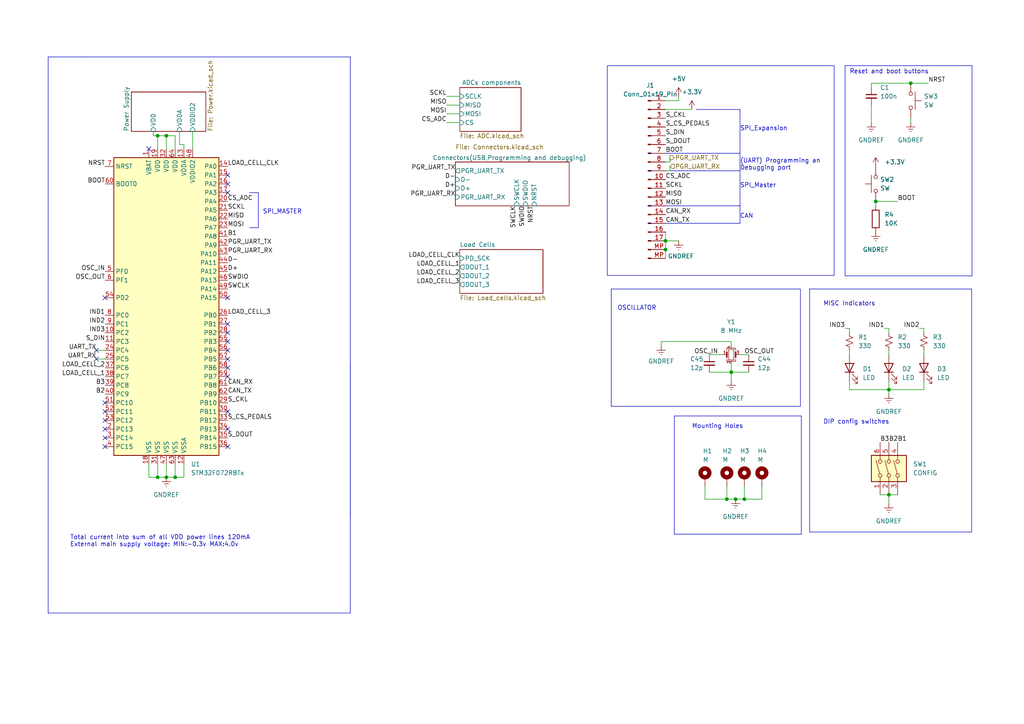
<source format=kicad_sch>
(kicad_sch (version 20250114) (generator "eeschema") (generator_version "9.0")
  (paper "A4")
  (title_block (title "CAE32 pedals") (date "2025-07-05") (rev "2") (comment 1 "Desing by: janc18") (comment 2 "Version 2.1"))
  (lib_symbols
    (symbol "Connector:Conn_01x19_Pin" (pin_names (offset 1.016) (hide yes))
      (property "Reference" "J1" (at 0.635 27.305 0))
      (property "Value" "Conn_01x19_Pin" (at 0.635 24.765 0))
      (symbol "Conn_01x19_Pin_1_1"
        (rectangle (start 0.8636 22.987) (end 0 22.733) (stroke (width 0.1524)) (fill (type outline)))
        (rectangle (start 0.8636 20.447) (end 0 20.193) (stroke (width 0.1524)) (fill (type outline)))
        (rectangle (start 0.8636 17.907) (end 0 17.653) (stroke (width 0.1524)) (fill (type outline)))
        (rectangle (start 0.8636 15.367) (end 0 15.113) (stroke (width 0.1524)) (fill (type outline)))
        (rectangle (start 0.8636 12.827) (end 0 12.573) (stroke (width 0.1524)) (fill (type outline)))
        (rectangle (start 0.8636 10.287) (end 0 10.033) (stroke (width 0.1524)) (fill (type outline)))
        (rectangle (start 0.8636 7.747) (end 0 7.493) (stroke (width 0.1524)) (fill (type outline)))
        (rectangle (start 0.8636 5.207) (end 0 4.953) (stroke (width 0.1524)) (fill (type outline)))
        (rectangle (start 0.8636 2.667) (end 0 2.413) (stroke (width 0.1524)) (fill (type outline)))
        (rectangle (start 0.8636 0.127) (end 0 -0.127) (stroke (width 0.1524)) (fill (type outline)))
        (rectangle (start 0.8636 -2.413) (end 0 -2.667) (stroke (width 0.1524)) (fill (type outline)))
        (rectangle (start 0.8636 -4.953) (end 0 -5.207) (stroke (width 0.1524)) (fill (type outline)))
        (rectangle (start 0.8636 -7.493) (end 0 -7.747) (stroke (width 0.1524)) (fill (type outline)))
        (rectangle (start 0.8636 -10.033) (end 0 -10.287) (stroke (width 0.1524)) (fill (type outline)))
        (rectangle (start 0.8636 -12.573) (end 0 -12.827) (stroke (width 0.1524)) (fill (type outline)))
        (rectangle (start 0.8636 -15.113) (end 0 -15.367) (stroke (width 0.1524)) (fill (type outline)))
        (rectangle (start 0.8636 -17.653) (end 0 -17.907) (stroke (width 0.1524)) (fill (type outline)))
        (rectangle (start 0.8636 -20.193) (end 0 -20.447) (stroke (width 0.1524)) (fill (type outline)))
        (rectangle (start 0.8636 -22.733) (end 0 -22.987) (stroke (width 0.1524)) (fill (type outline)))
        (polyline (pts (xy 1.27 22.86) (xy 0.8636 22.86)) (stroke (width 0.1524)))
        (polyline (pts (xy 1.27 20.32) (xy 0.8636 20.32)) (stroke (width 0.1524)))
        (polyline (pts (xy 1.27 17.78) (xy 0.8636 17.78)) (stroke (width 0.1524)))
        (polyline (pts (xy 1.27 15.24) (xy 0.8636 15.24)) (stroke (width 0.1524)))
        (polyline (pts (xy 1.27 12.7) (xy 0.8636 12.7)) (stroke (width 0.1524)))
        (polyline (pts (xy 1.27 10.16) (xy 0.8636 10.16)) (stroke (width 0.1524)))
        (polyline (pts (xy 1.27 7.62) (xy 0.8636 7.62)) (stroke (width 0.1524)))
        (polyline (pts (xy 1.27 5.08) (xy 0.8636 5.08)) (stroke (width 0.1524)))
        (polyline (pts (xy 1.27 2.54) (xy 0.8636 2.54)) (stroke (width 0.1524)))
        (polyline (pts (xy 1.27 0) (xy 0.8636 0)) (stroke (width 0.1524)))
        (polyline (pts (xy 1.27 -2.54) (xy 0.8636 -2.54)) (stroke (width 0.1524)))
        (polyline (pts (xy 1.27 -5.08) (xy 0.8636 -5.08)) (stroke (width 0.1524)))
        (polyline (pts (xy 1.27 -7.62) (xy 0.8636 -7.62)) (stroke (width 0.1524)))
        (polyline (pts (xy 1.27 -10.16) (xy 0.8636 -10.16)) (stroke (width 0.1524)))
        (polyline (pts (xy 1.27 -12.7) (xy 0.8636 -12.7)) (stroke (width 0.1524)))
        (polyline (pts (xy 1.27 -15.24) (xy 0.8636 -15.24)) (stroke (width 0.1524)))
        (polyline (pts (xy 1.27 -17.78) (xy 0.8636 -17.78)) (stroke (width 0.1524)))
        (polyline (pts (xy 1.27 -20.32) (xy 0.8636 -20.32)) (stroke (width 0.1524)))
        (polyline (pts (xy 1.27 -22.86) (xy 0.8636 -22.86)) (stroke (width 0.1524)))
        (pin passive line (at 5.08 22.86 180) (length 3.81) (name "Pin_1") (number "1"))
        (pin passive line (at 5.08 20.32 180) (length 3.81) (name "Pin_2") (number "2"))
        (pin passive line (at 5.08 17.78 180) (length 3.81) (name "Pin_3") (number "3"))
        (pin passive line (at 5.08 15.24 180) (length 3.81) (name "Pin_4") (number "4"))
        (pin passive line (at 5.08 12.7 180) (length 3.81) (name "Pin_5") (number "5"))
        (pin passive line (at 5.08 10.16 180) (length 3.81) (name "Pin_6") (number "6"))
        (pin passive line (at 5.08 7.62 180) (length 3.81) (name "Pin_7") (number "7"))
        (pin passive line (at 5.08 5.08 180) (length 3.81) (name "Pin_8") (number "8"))
        (pin passive line (at 5.08 2.54 180) (length 3.81) (name "Pin_9") (number "9"))
        (pin passive line (at 5.08 0 180) (length 3.81) (name "Pin_10") (number "10"))
        (pin passive line (at 5.08 -2.54 180) (length 3.81) (name "Pin_11") (number "11"))
        (pin passive line (at 5.08 -5.08 180) (length 3.81) (name "Pin_12") (number "12"))
        (pin passive line (at 5.08 -7.62 180) (length 3.81) (name "Pin_13") (number "13"))
        (pin passive line (at 5.08 -10.16 180) (length 3.81) (name "Pin_14") (number "14"))
        (pin passive line (at 5.08 -12.7 180) (length 3.81) (name "Pin_15") (number "15"))
        (pin passive line (at 5.08 -15.24 180) (length 3.81) (name "Pin_16") (number "16"))
        (pin passive line (at 5.08 -17.78 180) (length 3.81) (name "Pin_17") (number "17"))
        (pin passive line (at 5.08 -20.32 180) (length 3.81) (name "MP") (number "MP"))
        (pin passive line (at 5.08 -22.86 180) (length 3.81) (name "MP") (number "MP"))
      )
    )
    (symbol "Device:C_Small" (pin_numbers (hide yes)) (pin_names (offset 0.254) (hide yes))
      (property "Reference" "C" (at 0.254 1.778 0))
      (property "Value" "C_Small" (at 0.254 -2.032 0))
      (symbol "C_Small_0_1"
        (polyline (pts (xy -1.524 0.508) (xy 1.524 0.508)) (stroke (width 0.3048)))
        (polyline (pts (xy -1.524 -0.508) (xy 1.524 -0.508)) (stroke (width 0.3302)))
      )
      (symbol "C_Small_1_1"
        (pin passive line (at 0 2.54 270) (length 2.032) (name "~") (number "1"))
        (pin passive line (at 0 -2.54 90) (length 2.032) (name "~") (number "2"))
      )
    )
    (symbol "Device:Crystal_GND24_Small" (pin_names (offset 1.016) (hide yes))
      (property "Reference" "Y" (at 1.27 4.445 0))
      (property "Value" "Crystal_GND24_Small" (at 1.27 2.54 0))
      (symbol "Crystal_GND24_Small_0_1"
        (polyline (pts (xy -1.27 1.27) (xy -1.27 1.905) (xy 1.27 1.905) (xy 1.27 1.27)))
        (polyline (pts (xy -1.27 -0.762) (xy -1.27 0.762)) (stroke (width 0.381)))
        (polyline (pts (xy -1.27 -1.27) (xy -1.27 -1.905) (xy 1.27 -1.905) (xy 1.27 -1.27)))
        (rectangle (start -0.762 -1.524) (end 0.762 1.524))
        (polyline (pts (xy 1.27 -0.762) (xy 1.27 0.762)) (stroke (width 0.381)))
      )
      (symbol "Crystal_GND24_Small_1_1"
        (pin passive line (at -2.54 0 0) (length 1.27) (name "1") (number "1"))
        (pin passive line (at 0 2.54 270) (length 0.635) (name "4") (number "4"))
        (pin passive line (at 0 -2.54 90) (length 0.635) (name "2") (number "2"))
        (pin passive line (at 2.54 0 180) (length 1.27) (name "3") (number "3"))
      )
    )
    (symbol "Device:LED" (pin_numbers (hide yes)) (pin_names (offset 1.016) (hide yes))
      (property "Reference" "D" (at 0 2.54 0))
      (property "Value" "LED" (at 0 -2.54 0))
      (symbol "LED_0_1"
        (polyline (pts (xy -3.048 -0.762) (xy -4.572 -2.286) (xy -3.81 -2.286) (xy -4.572 -2.286) (xy -4.572 -1.524)))
        (polyline (pts (xy -1.778 -0.762) (xy -3.302 -2.286) (xy -2.54 -2.286) (xy -3.302 -2.286) (xy -3.302 -1.524)))
        (polyline (pts (xy -1.27 0) (xy 1.27 0)))
        (polyline (pts (xy -1.27 -1.27) (xy -1.27 1.27)) (stroke (width 0.254)))
        (polyline (pts (xy 1.27 -1.27) (xy 1.27 1.27) (xy -1.27 0) (xy 1.27 -1.27)) (stroke (width 0.254)))
      )
      (symbol "LED_1_1"
        (pin passive line (at -3.81 0 0) (length 2.54) (name "K") (number "1"))
        (pin passive line (at 3.81 0 180) (length 2.54) (name "A") (number "2"))
      )
    )
    (symbol "Device:R" (pin_numbers (hide yes)) (pin_names (offset 0))
      (property "Reference" "R" (at 2.032 0 90))
      (property "Value" "R" (at 0 0 90))
      (symbol "R_0_1"
        (rectangle (start -1.016 -2.54) (end 1.016 2.54) (stroke (width 0.254)))
      )
      (symbol "R_1_1"
        (pin passive line (at 0 3.81 270) (length 1.27) (name "~") (number "1"))
        (pin passive line (at 0 -3.81 90) (length 1.27) (name "~") (number "2"))
      )
    )
    (symbol "Device:R_Small_US" (pin_numbers (hide yes)) (pin_names (offset 0.254) (hide yes))
      (property "Reference" "R" (at 0.762 0.508 0))
      (property "Value" "R_Small_US" (at 0.762 -1.016 0))
      (symbol "R_Small_US_1_1"
        (polyline (pts (xy 0 1.524) (xy 1.016 1.143) (xy 0 0.762) (xy -1.016 0.381) (xy 0 0)))
        (polyline (pts (xy 0 0) (xy 1.016 -0.381) (xy 0 -0.762) (xy -1.016 -1.143) (xy 0 -1.524)))
        (pin passive line (at 0 2.54 270) (length 1.016) (name "~") (number "1"))
        (pin passive line (at 0 -2.54 90) (length 1.016) (name "~") (number "2"))
      )
    )
    (symbol "GNDREF_1" (power) (pin_names (offset 0))
      (property "Value" "GNDREF_1" (at 0 -3.81 0))
      (symbol "GNDREF_1_0_1"
        (polyline (pts (xy -0.635 -1.905) (xy 0.635 -1.905)))
        (polyline (pts (xy -0.127 -2.54) (xy 0.127 -2.54)))
        (polyline (pts (xy 0 -1.27) (xy 0 0)))
        (polyline (pts (xy 1.27 -1.27) (xy -1.27 -1.27)))
      )
      (symbol "GNDREF_1_1_1"
        (pin power_in line (at 0 0 270) (length 0) (hide yes) (name "GNDREF") (number "1"))
      )
    )
    (symbol "GNDREF_2" (power) (pin_names (offset 0))
      (property "Value" "GNDREF_2" (at 0 -3.81 0))
      (symbol "GNDREF_2_0_1"
        (polyline (pts (xy -0.635 -1.905) (xy 0.635 -1.905)))
        (polyline (pts (xy -0.127 -2.54) (xy 0.127 -2.54)))
        (polyline (pts (xy 0 -1.27) (xy 0 0)))
        (polyline (pts (xy 1.27 -1.27) (xy -1.27 -1.27)))
      )
      (symbol "GNDREF_2_1_1"
        (pin power_in line (at 0 0 270) (length 0) (hide yes) (name "GNDREF") (number "1"))
      )
    )
    (symbol "GNDREF_3" (power) (pin_names (offset 0))
      (property "Value" "GNDREF_3" (at 0 -3.81 0))
      (symbol "GNDREF_3_0_1"
        (polyline (pts (xy -0.635 -1.905) (xy 0.635 -1.905)))
        (polyline (pts (xy -0.127 -2.54) (xy 0.127 -2.54)))
        (polyline (pts (xy 0 -1.27) (xy 0 0)))
        (polyline (pts (xy 1.27 -1.27) (xy -1.27 -1.27)))
      )
      (symbol "GNDREF_3_1_1"
        (pin power_in line (at 0 0 270) (length 0) (hide yes) (name "GNDREF") (number "1"))
      )
    )
    (symbol "GNDREF_4" (power) (pin_names (offset 0))
      (property "Value" "GNDREF_4" (at 0 -3.81 0))
      (symbol "GNDREF_4_0_1"
        (polyline (pts (xy -0.635 -1.905) (xy 0.635 -1.905)))
        (polyline (pts (xy -0.127 -2.54) (xy 0.127 -2.54)))
        (polyline (pts (xy 0 -1.27) (xy 0 0)))
        (polyline (pts (xy 1.27 -1.27) (xy -1.27 -1.27)))
      )
      (symbol "GNDREF_4_1_1"
        (pin power_in line (at 0 0 270) (length 0) (hide yes) (name "GNDREF") (number "1"))
      )
    )
    (symbol "MCU_ST_STM32F0:STM32F072RBTx"
      (property "Reference" "U" (at -15.24 44.45 0))
      (property "Value" "STM32F072RBTx" (at 10.16 44.45 0))
      (symbol "STM32F072RBTx_0_1"
        (rectangle (start -15.24 -43.18) (end 15.24 43.18) (stroke (width 0.254)) (fill (type background)))
      )
      (symbol "STM32F072RBTx_1_1"
        (pin input line (at -17.78 40.64 0) (length 2.54) (name "NRST") (number "7"))
        (pin input line (at -17.78 35.56 0) (length 2.54) (name "BOOT0") (number "60"))
        (pin input line (at -17.78 10.16 0) (length 2.54) (name "PF0") (number "5"))
        (pin input line (at -17.78 7.62 0) (length 2.54) (name "PF1") (number "6"))
        (pin bidirectional line (at -17.78 2.54 0) (length 2.54) (name "PD2") (number "54"))
        (pin bidirectional line (at -17.78 -2.54 0) (length 2.54) (name "PC0") (number "8"))
        (pin bidirectional line (at -17.78 -5.08 0) (length 2.54) (name "PC1") (number "9"))
        (pin bidirectional line (at -17.78 -7.62 0) (length 2.54) (name "PC2") (number "10"))
        (pin bidirectional line (at -17.78 -10.16 0) (length 2.54) (name "PC3") (number "11"))
        (pin bidirectional line (at -17.78 -12.7 0) (length 2.54) (name "PC4") (number "24"))
        (pin bidirectional line (at -17.78 -15.24 0) (length 2.54) (name "PC5") (number "25"))
        (pin bidirectional line (at -17.78 -17.78 0) (length 2.54) (name "PC6") (number "37"))
        (pin bidirectional line (at -17.78 -20.32 0) (length 2.54) (name "PC7") (number "38"))
        (pin bidirectional line (at -17.78 -22.86 0) (length 2.54) (name "PC8") (number "39"))
        (pin bidirectional line (at -17.78 -25.4 0) (length 2.54) (name "PC9") (number "40"))
        (pin bidirectional line (at -17.78 -27.94 0) (length 2.54) (name "PC10") (number "51"))
        (pin bidirectional line (at -17.78 -30.48 0) (length 2.54) (name "PC11") (number "52"))
        (pin bidirectional line (at -17.78 -33.02 0) (length 2.54) (name "PC12") (number "53"))
        (pin bidirectional line (at -17.78 -35.56 0) (length 2.54) (name "PC13") (number "2"))
        (pin bidirectional line (at -17.78 -38.1 0) (length 2.54) (name "PC14") (number "3"))
        (pin bidirectional line (at -17.78 -40.64 0) (length 2.54) (name "PC15") (number "4"))
        (pin power_in line (at -5.08 45.72 270) (length 2.54) (name "VBAT") (number "1"))
        (pin power_in line (at -5.08 -45.72 90) (length 2.54) (name "VSS") (number "18"))
        (pin power_in line (at -2.54 45.72 270) (length 2.54) (name "VDD") (number "19"))
        (pin power_in line (at -2.54 -45.72 90) (length 2.54) (name "VSS") (number "31"))
        (pin power_in line (at 0 45.72 270) (length 2.54) (name "VDD") (number "32"))
        (pin power_in line (at 0 -45.72 90) (length 2.54) (name "VSS") (number "47"))
        (pin power_in line (at 2.54 45.72 270) (length 2.54) (name "VDD") (number "64"))
        (pin power_in line (at 2.54 -45.72 90) (length 2.54) (name "VSS") (number "63"))
        (pin power_in line (at 5.08 45.72 270) (length 2.54) (name "VDDA") (number "13"))
        (pin power_in line (at 5.08 -45.72 90) (length 2.54) (name "VSSA") (number "12"))
        (pin power_in line (at 7.62 45.72 270) (length 2.54) (name "VDDIO2") (number "48"))
        (pin bidirectional line (at 17.78 40.64 180) (length 2.54) (name "PA0") (number "14"))
        (pin bidirectional line (at 17.78 38.1 180) (length 2.54) (name "PA1") (number "15"))
        (pin bidirectional line (at 17.78 35.56 180) (length 2.54) (name "PA2") (number "16"))
        (pin bidirectional line (at 17.78 33.02 180) (length 2.54) (name "PA3") (number "17"))
        (pin bidirectional line (at 17.78 30.48 180) (length 2.54) (name "PA4") (number "20"))
        (pin bidirectional line (at 17.78 27.94 180) (length 2.54) (name "PA5") (number "21"))
        (pin bidirectional line (at 17.78 25.4 180) (length 2.54) (name "PA6") (number "22"))
        (pin bidirectional line (at 17.78 22.86 180) (length 2.54) (name "PA7") (number "23"))
        (pin bidirectional line (at 17.78 20.32 180) (length 2.54) (name "PA8") (number "41"))
        (pin bidirectional line (at 17.78 17.78 180) (length 2.54) (name "PA9") (number "42"))
        (pin bidirectional line (at 17.78 15.24 180) (length 2.54) (name "PA10") (number "43"))
        (pin bidirectional line (at 17.78 12.7 180) (length 2.54) (name "PA11") (number "44"))
        (pin bidirectional line (at 17.78 10.16 180) (length 2.54) (name "PA12") (number "45"))
        (pin bidirectional line (at 17.78 7.62 180) (length 2.54) (name "PA13") (number "46"))
        (pin bidirectional line (at 17.78 5.08 180) (length 2.54) (name "PA14") (number "49"))
        (pin bidirectional line (at 17.78 2.54 180) (length 2.54) (name "PA15") (number "50"))
        (pin bidirectional line (at 17.78 -2.54 180) (length 2.54) (name "PB0") (number "26"))
        (pin bidirectional line (at 17.78 -5.08 180) (length 2.54) (name "PB1") (number "27"))
        (pin bidirectional line (at 17.78 -7.62 180) (length 2.54) (name "PB2") (number "28"))
        (pin bidirectional line (at 17.78 -10.16 180) (length 2.54) (name "PB3") (number "55"))
        (pin bidirectional line (at 17.78 -12.7 180) (length 2.54) (name "PB4") (number "56"))
        (pin bidirectional line (at 17.78 -15.24 180) (length 2.54) (name "PB5") (number "57"))
        (pin bidirectional line (at 17.78 -17.78 180) (length 2.54) (name "PB6") (number "58"))
        (pin bidirectional line (at 17.78 -20.32 180) (length 2.54) (name "PB7") (number "59"))
        (pin bidirectional line (at 17.78 -22.86 180) (length 2.54) (name "PB8") (number "61"))
        (pin bidirectional line (at 17.78 -25.4 180) (length 2.54) (name "PB9") (number "62"))
        (pin bidirectional line (at 17.78 -27.94 180) (length 2.54) (name "PB10") (number "29"))
        (pin bidirectional line (at 17.78 -30.48 180) (length 2.54) (name "PB11") (number "30"))
        (pin bidirectional line (at 17.78 -33.02 180) (length 2.54) (name "PB12") (number "33"))
        (pin bidirectional line (at 17.78 -35.56 180) (length 2.54) (name "PB13") (number "34"))
        (pin bidirectional line (at 17.78 -38.1 180) (length 2.54) (name "PB14") (number "35"))
        (pin bidirectional line (at 17.78 -40.64 180) (length 2.54) (name "PB15") (number "36"))
      )
    )
    (symbol "Mechanical:MountingHole_Pad" (pin_numbers (hide yes)) (pin_names (offset 1.016) (hide yes))
      (property "Reference" "H" (at 0 6.35 0))
      (property "Value" "MountingHole_Pad" (at 0 4.445 0))
      (symbol "MountingHole_Pad_0_1"
        (circle (center 0 1.27) (radius 1.27) (stroke (width 1.27)))
      )
      (symbol "MountingHole_Pad_1_1"
        (pin input line (at 0 -2.54 90) (length 2.54) (name "1") (number "1"))
      )
    )
    (symbol "Switch:SW_DIP_x03" (pin_names (offset 0) (hide yes))
      (property "Reference" "SW" (at 0 8.89 0))
      (property "Value" "SW_DIP_x03" (at 0 -3.81 0))
      (symbol "SW_DIP_x03_0_0"
        (circle (center -2.032 5.08) (radius 0.508))
        (circle (center -2.032 2.54) (radius 0.508))
        (circle (center -2.032 0) (radius 0.508))
        (polyline (pts (xy -1.524 5.207) (xy 2.3622 6.2484)))
        (polyline (pts (xy -1.524 2.667) (xy 2.3622 3.7084)))
        (polyline (pts (xy -1.524 0.127) (xy 2.3622 1.1684)))
        (circle (center 2.032 5.08) (radius 0.508))
        (circle (center 2.032 2.54) (radius 0.508))
        (circle (center 2.032 0) (radius 0.508))
      )
      (symbol "SW_DIP_x03_0_1"
        (rectangle (start -3.81 7.62) (end 3.81 -2.54) (stroke (width 0.254)) (fill (type background)))
      )
      (symbol "SW_DIP_x03_1_1"
        (pin passive line (at -7.62 5.08 0) (length 5.08) (name "~") (number "1"))
        (pin passive line (at -7.62 2.54 0) (length 5.08) (name "~") (number "2"))
        (pin passive line (at -7.62 0 0) (length 5.08) (name "~") (number "3"))
        (pin passive line (at 7.62 5.08 180) (length 5.08) (name "~") (number "6"))
        (pin passive line (at 7.62 2.54 180) (length 5.08) (name "~") (number "5"))
        (pin passive line (at 7.62 0 180) (length 5.08) (name "~") (number "4"))
      )
    )
    (symbol "Switch:SW_Push" (pin_numbers (hide yes)) (pin_names (offset 1.016) (hide yes))
      (property "Reference" "SW" (at 1.27 2.54 0))
      (property "Value" "SW_Push" (at 0 -1.524 0))
      (symbol "SW_Push_0_1"
        (circle (center -2.032 0) (radius 0.508))
        (polyline (pts (xy 0 1.27) (xy 0 3.048)))
        (circle (center 2.032 0) (radius 0.508))
        (polyline (pts (xy 2.54 1.27) (xy -2.54 1.27)))
        (pin passive line (at -5.08 0 0) (length 2.54) (name "1") (number "1"))
        (pin passive line (at 5.08 0 180) (length 2.54) (name "2") (number "2"))
      )
    )
    (symbol "power:+3.3V" (power) (pin_names (offset 0))
      (property "Value" "+3.3V" (at 0 3.556 0))
      (symbol "+3.3V_0_1"
        (polyline (pts (xy -0.762 1.27) (xy 0 2.54)))
        (polyline (pts (xy 0 2.54) (xy 0.762 1.27)))
        (polyline (pts (xy 0 0) (xy 0 2.54)))
      )
      (symbol "+3.3V_1_1"
        (pin power_in line (at 0 0 90) (length 0) (hide yes) (name "+3.3V") (number "1"))
      )
    )
    (symbol "power:+5V" (power) (pin_names (offset 0))
      (property "Value" "+5V" (at 0 3.556 0))
      (symbol "+5V_0_1"
        (polyline (pts (xy -0.762 1.27) (xy 0 2.54)))
        (polyline (pts (xy 0 2.54) (xy 0.762 1.27)))
        (polyline (pts (xy 0 0) (xy 0 2.54)))
      )
      (symbol "+5V_1_1"
        (pin power_in line (at 0 0 90) (length 0) (hide yes) (name "+5V") (number "1"))
      )
    )
    (symbol "power:GNDREF" (power) (pin_names (offset 0))
      (property "Value" "GNDREF" (at 0 -3.81 0))
      (symbol "GNDREF_0_1"
        (polyline (pts (xy -0.635 -1.905) (xy 0.635 -1.905)))
        (polyline (pts (xy -0.127 -2.54) (xy 0.127 -2.54)))
        (polyline (pts (xy 0 -1.27) (xy 0 0)))
        (polyline (pts (xy 1.27 -1.27) (xy -1.27 -1.27)))
      )
      (symbol "GNDREF_1_1"
        (pin power_in line (at 0 0 270) (length 0) (hide yes) (name "GNDREF") (number "1"))
      )
    )
  )
  (rectangle (start 234.823 83.82) (end 281.813 154.305))
  (rectangle (start 177.292 83.82) (end 232.156 117.856))
  (rectangle (start 176.149 19.05) (end 241.935 79.883))
  (text "(UART) Programming an\nDebugging port" (at 214.63 49.53 0) (effects (font (size 1.27 1.27)) (justify left bottom)))
  (text "OSCILLATOR" (at 179.07 90.17 0) (effects (font (size 1.27 1.27)) (justify left bottom)))
  (text "CAN" (at 214.63 63.5 0) (effects (font (size 1.27 1.27)) (justify left bottom)))
  (text "SPI_MASTER" (at 76.2 62.23 0) (effects (font (size 1.27 1.27)) (justify left bottom)))
  (text "DIP config switches" (at 238.76 123.19 0) (effects (font (size 1.27 1.27)) (justify left bottom)))
  (text "SPI_Expansion" (at 214.63 38.1 0) (effects (font (size 1.27 1.27)) (justify left bottom)))
  (text "Mounting Holes" (at 200.66 124.46 0) (effects (font (size 1.27 1.27)) (justify left bottom)))
  (text "Total current into sum of all VDD power lines 120mA\nExternal main supply voltage: MIN:-0.3v MAX:4.0v " (at 20.32 158.75 0) (effects (font (size 1.27 1.27)) (justify left bottom)))
  (text "MISC Indicators" (at 238.76 88.9 0) (effects (font (size 1.27 1.27)) (justify left bottom)))
  (text "SPI_Master" (at 214.63 54.61 0) (effects (font (size 1.27 1.27)) (justify left bottom)))
  (text "Reset and boot buttons" (at 246.38 21.59 0) (effects (font (size 1.27 1.27)) (justify left bottom)))
  (junction (at 264.16 24.13))
  (junction (at 193.04 69.85))
  (junction (at 45.72 138.43))
  (junction (at 48.26 39.37))
  (junction (at 48.26 138.43))
  (junction (at 213.36 144.78))
  (junction (at 210.82 144.78))
  (junction (at 50.8 138.43))
  (junction (at 45.72 39.37))
  (junction (at 257.81 143.51))
  (junction (at 212.09 107.95))
  (junction (at 257.81 113.03))
  (junction (at 193.04 72.39))
  (junction (at 254 58.42))
  (junction (at 215.9 144.78))
  (no_connect (at 30.48 116.84))
  (no_connect (at 66.04 104.14))
  (no_connect (at 30.48 124.46))
  (no_connect (at 66.04 53.34))
  (no_connect (at 30.48 86.36))
  (no_connect (at 30.48 127))
  (no_connect (at 43.18 43.18))
  (no_connect (at 66.04 96.52))
  (no_connect (at 66.04 129.54))
  (no_connect (at 66.04 124.46))
  (no_connect (at 66.04 109.22))
  (no_connect (at 66.04 55.88))
  (no_connect (at 66.04 101.6))
  (no_connect (at 30.48 129.54))
  (no_connect (at 66.04 99.06))
  (no_connect (at 66.04 86.36))
  (no_connect (at 66.04 93.98))
  (no_connect (at 27.94 104.14))
  (no_connect (at 27.94 101.6))
  (no_connect (at 30.48 121.92))
  (no_connect (at 66.04 119.38))
  (no_connect (at 30.48 119.38))
  (no_connect (at 66.04 50.8))
  (no_connect (at 66.04 106.68))
  (wire (pts (xy 204.47 144.78) (xy 210.82 144.78)))
  (wire (pts (xy 257.81 143.51) (xy 260.35 143.51)))
  (wire (pts (xy 129.54 33.02) (xy 133.35 33.02)))
  (wire (pts (xy 257.81 101.6) (xy 257.81 102.87)))
  (wire (pts (xy 212.09 107.95) (xy 217.17 107.95)))
  (wire (pts (xy 267.97 96.52) (xy 267.97 95.25)))
  (wire (pts (xy 267.97 101.6) (xy 267.97 102.87)))
  (wire (pts (xy 53.34 41.91) (xy 53.34 43.18)))
  (wire (pts (xy 215.9 144.78) (xy 213.36 144.78)))
  (polyline (pts (xy 281.94 80.01) (xy 245.11 80.01)))
  (wire (pts (xy 255.27 143.51) (xy 257.81 143.51)))
  (wire (pts (xy 220.98 144.78) (xy 215.9 144.78)))
  (wire (pts (xy 246.38 96.52) (xy 246.38 95.25)))
  (wire (pts (xy 212.09 99.06) (xy 191.77 99.06)))
  (wire (pts (xy 246.38 101.6) (xy 246.38 102.87)))
  (wire (pts (xy 254 58.42) (xy 260.35 58.42)))
  (wire (pts (xy 50.8 43.18) (xy 50.8 39.37)))
  (wire (pts (xy 212.09 99.06) (xy 212.09 100.33)))
  (wire (pts (xy 246.38 110.49) (xy 246.38 113.03)))
  (wire (pts (xy 194.31 49.53) (xy 193.04 49.53)))
  (polyline (pts (xy 74.93 55.88) (xy 74.93 66.04)))
  (wire (pts (xy 212.09 107.95) (xy 212.09 110.49)))
  (wire (pts (xy 194.31 45.72) (xy 194.31 46.99)))
  (wire (pts (xy 257.81 95.25) (xy 256.54 95.25)))
  (wire (pts (xy 27.94 104.14) (xy 30.48 104.14)))
  (polyline (pts (xy 72.39 66.04) (xy 74.93 66.04)))
  (wire (pts (xy 210.82 144.78) (xy 213.36 144.78)))
  (polyline (pts (xy 214.63 59.69) (xy 214.63 49.53)))
  (wire (pts (xy 44.45 39.37) (xy 44.45 38.1)))
  (wire (pts (xy 193.04 69.85) (xy 193.04 72.39)))
  (wire (pts (xy 220.98 140.97) (xy 220.98 144.78)))
  (wire (pts (xy 53.34 138.43) (xy 50.8 138.43)))
  (wire (pts (xy 129.54 30.48) (xy 133.35 30.48)))
  (wire (pts (xy 257.81 143.51) (xy 257.81 146.05)))
  (polyline (pts (xy 101.6 105.41) (xy 101.6 149.86)))
  (polyline (pts (xy 201.93 31.75) (xy 214.63 31.75)))
  (wire (pts (xy 45.72 138.43) (xy 48.26 138.43)))
  (polyline (pts (xy 24.13 16.51) (xy 101.6 16.51)))
  (wire (pts (xy 48.26 39.37) (xy 45.72 39.37)))
  (polyline (pts (xy 187.96 64.77) (xy 214.63 64.77)))
  (wire (pts (xy 55.88 38.1) (xy 55.88 43.18)))
  (wire (pts (xy 246.38 95.25) (xy 245.11 95.25)))
  (wire (pts (xy 264.16 24.13) (xy 269.24 24.13)))
  (wire (pts (xy 43.18 138.43) (xy 45.72 138.43)))
  (wire (pts (xy 50.8 134.62) (xy 50.8 138.43)))
  (polyline (pts (xy 214.63 49.53) (xy 214.63 44.45)))
  (polyline (pts (xy 232.41 154.94) (xy 232.41 120.65)))
  (polyline (pts (xy 214.63 44.45) (xy 214.63 31.75)))
  (polyline (pts (xy 101.6 177.8) (xy 13.97 177.8)))
  (wire (pts (xy 48.26 43.18) (xy 48.26 39.37)))
  (wire (pts (xy 194.31 48.26) (xy 194.31 49.53)))
  (polyline (pts (xy 195.58 154.94) (xy 232.41 154.94)))
  (polyline (pts (xy 187.96 49.53) (xy 214.63 49.53)))
  (wire (pts (xy 196.85 29.21) (xy 193.04 29.21)))
  (wire (pts (xy 252.73 30.48) (xy 252.73 35.56)))
  (wire (pts (xy 52.07 41.91) (xy 53.34 41.91)))
  (wire (pts (xy 267.97 113.03) (xy 257.81 113.03)))
  (wire (pts (xy 205.74 102.87) (xy 209.55 102.87)))
  (wire (pts (xy 27.94 101.6) (xy 30.48 101.6)))
  (wire (pts (xy 246.38 113.03) (xy 257.81 113.03)))
  (wire (pts (xy 48.26 134.62) (xy 48.26 138.43)))
  (wire (pts (xy 191.77 99.06) (xy 191.77 100.33)))
  (polyline (pts (xy 187.96 59.69) (xy 214.63 59.69)))
  (wire (pts (xy 215.9 140.97) (xy 215.9 144.78)))
  (polyline (pts (xy 245.11 19.05) (xy 245.11 80.01)))
  (polyline (pts (xy 281.94 19.05) (xy 281.94 80.01)))
  (wire (pts (xy 53.34 134.62) (xy 53.34 138.43)))
  (wire (pts (xy 257.81 110.49) (xy 257.81 113.03)))
  (wire (pts (xy 205.74 107.95) (xy 212.09 107.95)))
  (wire (pts (xy 45.72 134.62) (xy 45.72 138.43)))
  (wire (pts (xy 193.04 67.31) (xy 193.04 69.85)))
  (polyline (pts (xy 214.63 64.77) (xy 214.63 59.69)))
  (wire (pts (xy 267.97 110.49) (xy 267.97 113.03)))
  (wire (pts (xy 196.85 27.94) (xy 196.85 29.21)))
  (wire (pts (xy 193.04 31.75) (xy 200.66 31.75)))
  (polyline (pts (xy 195.58 120.65) (xy 232.41 120.65)))
  (wire (pts (xy 129.54 35.56) (xy 133.35 35.56)))
  (polyline (pts (xy 195.58 120.65) (xy 195.58 154.94)))
  (wire (pts (xy 257.81 113.03) (xy 257.81 114.3)))
  (wire (pts (xy 254 58.42) (xy 254 59.69)))
  (wire (pts (xy 267.97 95.25) (xy 266.7 95.25)))
  (wire (pts (xy 252.73 24.13) (xy 264.16 24.13)))
  (wire (pts (xy 204.47 140.97) (xy 204.47 144.78)))
  (polyline (pts (xy 187.96 44.45) (xy 214.63 44.45)))
  (wire (pts (xy 52.07 38.1) (xy 52.07 41.91)))
  (wire (pts (xy 50.8 39.37) (xy 48.26 39.37)))
  (wire (pts (xy 214.63 102.87) (xy 217.17 102.87)))
  (wire (pts (xy 210.82 140.97) (xy 210.82 144.78)))
  (wire (pts (xy 264.16 34.29) (xy 264.16 35.56)))
  (wire (pts (xy 129.54 27.94) (xy 133.35 27.94)))
  (wire (pts (xy 252.73 24.13) (xy 252.73 25.4)))
  (wire (pts (xy 194.31 46.99) (xy 193.04 46.99)))
  (wire (pts (xy 257.81 96.52) (xy 257.81 95.25)))
  (polyline (pts (xy 101.6 16.51) (xy 101.6 177.8)))
  (wire (pts (xy 45.72 43.18) (xy 45.72 39.37)))
  (polyline (pts (xy 245.11 19.05) (xy 281.94 19.05)))
  (wire (pts (xy 193.04 72.39) (xy 193.04 74.93)))
  (polyline (pts (xy 13.97 16.51) (xy 24.13 16.51)))
  (wire (pts (xy 212.09 105.41) (xy 212.09 107.95)))
  (wire (pts (xy 45.72 39.37) (xy 44.45 39.37)))
  (wire (pts (xy 50.8 138.43) (xy 48.26 138.43)))
  (polyline (pts (xy 72.39 55.88) (xy 74.93 55.88)))
  (polyline (pts (xy 13.97 177.8) (xy 13.97 16.51)))
  (wire (pts (xy 193.04 69.85) (xy 196.85 69.85)))
  (wire (pts (xy 43.18 134.62) (xy 43.18 138.43)))
  (label "S_CKL" (at 66.04 116.84 0))
  (label "LOAD_CELL_2" (at 133.35 80.01 180))
  (label "CS_ADC" (at 193.04 52.07 0))
  (label "S_DIN" (at 30.48 99.06 180))
  (label "BOOT" (at 260.35 58.42 0))
  (label "LOAD_CELL_CLK" (at 66.04 48.26 0))
  (label "B1" (at 260.35 128.27 0))
  (label "IND3" (at 245.11 95.25 180))
  (label "MISO" (at 66.04 63.5 0))
  (label "CS_ADC" (at 129.54 35.56 180))
  (label "LOAD_CELL_1" (at 133.35 77.47 180))
  (label "OSC_IN" (at 30.48 78.74 180))
  (label "NRST" (at 30.48 48.26 180))
  (label "PGR_UART_RX" (at 66.04 73.66 0))
  (label "SCKL" (at 193.04 54.61 0))
  (label "PGR_UART_TX" (at 132.08 49.53 180))
  (label "S_DOUT" (at 193.04 41.91 0))
  (label "B2" (at 30.48 114.3 180))
  (label "SCKL" (at 66.04 60.96 0))
  (label "CAN_RX" (at 193.04 62.23 0))
  (label "IND2" (at 30.48 93.98 180))
  (label "LOAD_CELL_CLK" (at 133.35 74.93 180))
  (label "B3" (at 255.27 128.27 0))
  (label "D+" (at 66.04 78.74 0))
  (label "BOOT" (at 193.04 44.45 0))
  (label "D-" (at 132.08 52.07 180))
  (label "NRST" (at 269.24 24.13 0))
  (label "LOAD_CELL_3" (at 66.04 91.44 0))
  (label "B2" (at 257.81 128.27 0))
  (label "CS_ADC" (at 66.04 58.42 0))
  (label "OSC_OUT" (at 30.48 81.28 180))
  (label "SWDIO" (at 152.4 59.69 270))
  (label "NRST" (at 154.94 59.69 270))
  (label "S_CS_PEDALS" (at 193.04 36.83 0))
  (label "S_DIN" (at 193.04 39.37 0))
  (label "BOOT" (at 30.48 53.34 180))
  (label "CAN_RX" (at 66.04 111.76 0))
  (label "D-" (at 66.04 76.2 0))
  (label "B3" (at 30.48 111.76 180))
  (label "SWCLK" (at 66.04 83.82 0))
  (label "UART_TX" (at 27.94 101.6 180))
  (label "IND3" (at 30.48 96.52 180))
  (label "MOSI" (at 193.04 59.69 0))
  (label "S_DOUT" (at 66.04 127 0))
  (label "SWCLK" (at 149.86 59.69 270))
  (label "OSC_OUT" (at 215.9 102.87 0))
  (label "IND2" (at 266.7 95.25 180))
  (label "SWDIO" (at 66.04 81.28 0))
  (label "LOAD_CELL_3" (at 133.35 82.55 180))
  (label "MISO" (at 129.54 30.48 180))
  (label "S_CKL" (at 193.04 34.29 0))
  (label "S_CS_PEDALS" (at 66.04 121.92 0))
  (label "PGR_UART_RX" (at 132.08 57.15 180))
  (label "IND1" (at 30.48 91.44 180))
  (label "IND1" (at 256.54 95.25 180))
  (label "MISO" (at 193.04 57.15 0))
  (label "CAN_TX" (at 66.04 114.3 0))
  (label "OSC_IN" (at 208.28 102.87 180))
  (label "D+" (at 132.08 54.61 180))
  (label "LOAD_CELL_2" (at 30.48 106.68 180))
  (label "UART_RX" (at 27.94 104.14 180))
  (label "MOSI" (at 66.04 66.04 0))
  (label "LOAD_CELL_1" (at 30.48 109.22 180))
  (label "SCKL" (at 129.54 27.94 180))
  (label "MOSI" (at 129.54 33.02 180))
  (label "B1" (at 66.04 68.58 0))
  (label "PGR_UART_TX" (at 66.04 71.12 0))
  (label "CAN_TX" (at 193.04 64.77 0))
  (hierarchical_label "PGR_UART_TX" (shape output) (at 194.31 45.72 0))
  (hierarchical_label "PGR_UART_RX" (shape input) (at 194.31 48.26 0))
  (symbol (lib_id "Device:R_Small_US") (at 267.97 99.06 0) (unit 1)
    (property "Reference" "R3" (at 270.51 97.7899 0) (effects (justify left)))
    (property "Value" "330" (at 270.51 100.3299 0) (effects (justify left)))
    (property "Footprint" "Resistor_SMD:R_0603_1608Metric" (effects (hide yes)))
    (property "LCSC_PART" "C21190" (effects (hide yes)))
    (property "Item" "	C21190" (effects (hide yes)))
    (property "Qty" "4" (effects (hide yes)))
    (property "Vendor" "C21190" (effects (hide yes)))
  )
  (symbol (lib_id "power:GNDREF") (at 264.16 35.56 0) (unit 1)
    (property "Reference" "#PWR08" (effects (hide yes)))
    (property "Value" "GNDREF" (at 264.16 40.64 0))
  )
  (symbol (lib_id "Device:LED") (at 257.81 106.68 90) (unit 1)
    (property "Reference" "D2" (at 261.62 106.9974 90) (effects (justify right)))
    (property "Value" "LED" (at 261.62 109.5374 90) (effects (justify right)))
    (property "Footprint" "LED_SMD:LED_0805_2012Metric" (effects (hide yes)))
    (property "Datasheet" "https://datasheet.lcsc.com/lcsc/2211030000_XINGLIGHT-XL-2012UGC_C965815.pdf" (effects (hide yes)))
    (property "LCSC_PART" "C965815" (effects (hide yes)))
    (property "Item" "C965815" (effects (hide yes)))
    (property "Qty" "4" (effects (hide yes)))
    (property "Vendor" "C965815" (effects (hide yes)))
  )
  (symbol (lib_id "Connector:Conn_01x19_Pin") (at 187.96 52.07 0) (unit 1)
    (property "Reference" "J1" (at 188.595 24.765 0))
    (property "Value" "Conn_01x19_Pin" (at 188.595 27.305 0))
    (property "Footprint" "Connector_FFC-FPC:TE_1-84953-7_1x17-1MP_P1.0mm_Horizontal" (effects (hide yes)))
    (property "Datasheet" "https://datasheet.lcsc.com/lcsc/2110111330_XKB-Connectivity-X10B25L17T_C500176.pdf" (effects (hide yes)))
    (property "Item" "C500176" (effects (hide yes)))
    (property "LCSC_PART" "C500176" (effects (hide yes)))
    (property "Vendor" "C500176" (effects (hide yes)))
  )
  (symbol (lib_id "Mechanical:MountingHole_Pad") (at 220.98 138.43 0) (unit 1)
    (property "Reference" "H4" (at 219.71 130.81 0) (effects (justify left)))
    (property "Value" "M" (at 219.71 133.35 0) (effects (justify left)))
    (property "Footprint" "MountingHole:MountingHole_3.2mm_M3_DIN965_Pad_TopBottom" (effects (hide yes)))
    (property "Qty" "4" (effects (hide yes)))
  )
  (symbol (lib_id "Mechanical:MountingHole_Pad") (at 204.47 138.43 0) (unit 1)
    (property "Reference" "H1" (at 203.835 130.81 0) (effects (justify left)))
    (property "Value" "M" (at 203.835 133.35 0) (effects (justify left)))
    (property "Footprint" "MountingHole:MountingHole_3.2mm_M3_DIN965_Pad_TopBottom" (effects (hide yes)))
    (property "Qty" "4" (effects (hide yes)))
  )
  (symbol (lib_id "Switch:SW_Push") (at 264.16 29.21 270) (unit 1)
    (property "Reference" "SW3" (at 267.97 27.9399 90) (effects (justify left)))
    (property "Value" "SW" (at 267.97 30.4799 90) (effects (justify left)))
    (property "Footprint" "Button_Switch_SMD:SW_SPST_TL3342" (effects (hide yes)))
    (property "Datasheet" "https://datasheet.lcsc.com/lcsc/2205161616_E-Switch-TL3342F450QG_C2886897.pdf" (effects (hide yes)))
    (property "LCSC_PART" "C2886897" (effects (hide yes)))
    (property "Item" "C2886897" (effects (hide yes)))
    (property "Qty" "1" (effects (hide yes)))
    (property "Vendor" "C2886897" (effects (hide yes)))
  )
  (symbol (lib_id "Mechanical:MountingHole_Pad") (at 210.82 138.43 0) (unit 1)
    (property "Reference" "H2" (at 209.55 130.81 0) (effects (justify left)))
    (property "Value" "M" (at 209.55 133.35 0) (effects (justify left)))
    (property "Footprint" "MountingHole:MountingHole_3.2mm_M3_DIN965_Pad_TopBottom" (effects (hide yes)))
    (property "Qty" "4" (effects (hide yes)))
  )
  (symbol (lib_id "Device:LED") (at 267.97 106.68 90) (unit 1)
    (property "Reference" "D3" (at 271.78 106.9974 90) (effects (justify right)))
    (property "Value" "LED" (at 271.78 109.5374 90) (effects (justify right)))
    (property "Footprint" "LED_SMD:LED_0805_2012Metric" (effects (hide yes)))
    (property "Datasheet" "https://datasheet.lcsc.com/lcsc/2211030000_XINGLIGHT-XL-2012UGC_C965815.pdf" (effects (hide yes)))
    (property "LCSC_PART" "C965815" (effects (hide yes)))
    (property "Item" "C965815" (effects (hide yes)))
    (property "Qty" "4" (effects (hide yes)))
    (property "Vendor" "C965815" (effects (hide yes)))
  )
  (symbol (lib_name "GNDREF_1") (lib_id "power:GNDREF") (at 48.26 138.43 0) (unit 1)
    (property "Reference" "#PWR01" (effects (hide yes)))
    (property "Value" "GNDREF" (at 48.26 143.51 0))
  )
  (symbol (lib_id "power:GNDREF") (at 257.81 146.05 0) (unit 1)
    (property "Reference" "#PWR03" (effects (hide yes)))
    (property "Value" "GNDREF" (at 257.81 151.13 0))
  )
  (symbol (lib_id "Switch:SW_DIP_x03") (at 260.35 135.89 90) (unit 1)
    (property "Reference" "SW1" (at 264.795 134.6199 90) (effects (justify right)))
    (property "Value" "CONFIG" (at 264.795 137.1599 90) (effects (justify right)))
    (property "Footprint" "Button_Switch_SMD:SW_DIP_SPSTx03_Slide_KingTek_DSHP03TJ_W5.25mm_P1.27mm_JPin" (effects (hide yes)))
    (property "Datasheet" "https://datasheet.lcsc.com/lcsc/2211251200_ROCPU-Switches-THS103J_C5289932.pdf" (effects (hide yes)))
    (property "LCSC_PART" "C5289932" (effects (hide yes)))
    (property "Item" "C5289932" (effects (hide yes)))
    (property "Qty" "1" (effects (hide yes)))
    (property "Vendor" "C5289932" (effects (hide yes)))
  )
  (symbol (lib_id "Device:R_Small_US") (at 257.81 99.06 0) (unit 1)
    (property "Reference" "R2" (at 260.35 97.7899 0) (effects (justify left)))
    (property "Value" "330" (at 260.35 100.3299 0) (effects (justify left)))
    (property "Footprint" "Resistor_SMD:R_0603_1608Metric" (effects (hide yes)))
    (property "LCSC_PART" "C21190" (effects (hide yes)))
    (property "Item" "	C21190" (effects (hide yes)))
    (property "Qty" "4" (effects (hide yes)))
    (property "Vendor" "C21190" (effects (hide yes)))
  )
  (symbol (lib_id "Device:LED") (at 246.38 106.68 90) (unit 1)
    (property "Reference" "D1" (at 250.19 106.9974 90) (effects (justify right)))
    (property "Value" "LED" (at 250.19 109.5374 90) (effects (justify right)))
    (property "Footprint" "LED_SMD:LED_0805_2012Metric" (effects (hide yes)))
    (property "Datasheet" "https://datasheet.lcsc.com/lcsc/2211030000_XINGLIGHT-XL-2012UGC_C965815.pdf" (effects (hide yes)))
    (property "LCSC_PART" "C965815" (effects (hide yes)))
    (property "Item" "C965815" (effects (hide yes)))
    (property "Qty" "4" (effects (hide yes)))
    (property "Vendor" "C965815" (effects (hide yes)))
  )
  (symbol (lib_id "Device:C_Small") (at 205.74 105.41 0) (unit 1)
    (property "Reference" "C45" (at 200.152 104.14 0) (effects (justify left)))
    (property "Value" "12p" (at 200.152 106.68 0) (effects (justify left)))
    (property "Footprint" "Capacitor_SMD:C_0603_1608Metric" (effects (hide yes)))
    (property "Item" "C882527" (effects (hide yes)))
    (property "LCSC_PART" "C882527" (effects (hide yes)))
    (property "Vendor" "C882527" (effects (hide yes)))
  )
  (symbol (lib_id "Device:Crystal_GND24_Small") (at 212.09 102.87 0) (unit 1)
    (property "Reference" "Y1" (at 212.09 93.345 0))
    (property "Value" "8 MHz" (at 212.09 95.885 0))
    (property "Footprint" "Crystal:Crystal_SMD_3225-4Pin_3.2x2.5mm" (effects (hide yes)))
    (property "Item" "C2682775" (effects (hide yes)))
    (property "LCSC_PART" "C2682775" (effects (hide yes)))
    (property "Vendor" "C2682775" (effects (hide yes)))
  )
  (symbol (lib_id "Mechanical:MountingHole_Pad") (at 215.9 138.43 0) (unit 1)
    (property "Reference" "H3" (at 214.63 130.81 0) (effects (justify left)))
    (property "Value" "M" (at 214.63 133.35 0) (effects (justify left)))
    (property "Footprint" "MountingHole:MountingHole_3.2mm_M3_DIN965_Pad_TopBottom" (effects (hide yes)))
    (property "Qty" "4" (effects (hide yes)))
  )
  (symbol (lib_id "Switch:SW_Push") (at 254 53.34 90) (unit 1)
    (property "Reference" "SW2" (at 255.27 52.0699 90) (effects (justify right)))
    (property "Value" "SW" (at 255.27 54.6099 90) (effects (justify right)))
    (property "Footprint" "Button_Switch_SMD:SW_SPST_TL3342" (effects (hide yes)))
    (property "Datasheet" "https://datasheet.lcsc.com/lcsc/2205161616_E-Switch-TL3342F450QG_C2886897.pdf" (effects (hide yes)))
    (property "LCSC_PART" "C2886897" (effects (hide yes)))
    (property "Item" "C2886897" (effects (hide yes)))
    (property "Qty" "1" (effects (hide yes)))
    (property "Vendor" "C2886897" (effects (hide yes)))
  )
  (symbol (lib_id "power:GNDREF") (at 212.09 110.49 0) (mirror y) (unit 1)
    (property "Reference" "#PWR02" (effects (hide yes)))
    (property "Value" "GNDREF" (at 212.09 115.57 0))
  )
  (symbol (lib_id "power:+3.3V") (at 254 48.26 0) (unit 1)
    (property "Reference" "#PWR06" (effects (hide yes)))
    (property "Value" "+3.3V" (at 256.54 46.9899 0) (effects (justify left)))
  )
  (symbol (lib_id "Device:C_Small") (at 252.73 27.94 0) (unit 1)
    (property "Reference" "C1" (at 255.27 25.4 0) (effects (justify left)))
    (property "Value" "100n" (at 255.27 27.94 0) (effects (justify left)))
    (property "Footprint" "Capacitor_SMD:C_0603_1608Metric" (effects (hide yes)))
    (property "LCSC_PART" "C66501" (effects (hide yes)))
    (property "Item" "C66501" (effects (hide yes)))
    (property "Qty" "22" (effects (hide yes)))
    (property "Vendor" "C66501" (effects (hide yes)))
  )
  (symbol (lib_id "power:+5V") (at 196.85 27.94 0) (unit 1)
    (property "Reference" "#PWR027" (effects (hide yes)))
    (property "Value" "+5V" (at 196.85 22.86 0))
  )
  (symbol (lib_id "power:+3.3V") (at 200.66 31.75 0) (unit 1)
    (property "Reference" "#PWR028" (effects (hide yes)))
    (property "Value" "+3.3V" (at 200.66 26.67 0))
  )
  (symbol (lib_id "Device:R_Small_US") (at 246.38 99.06 0) (unit 1)
    (property "Reference" "R1" (at 248.92 97.7899 0) (effects (justify left)))
    (property "Value" "330" (at 248.92 100.3299 0) (effects (justify left)))
    (property "Footprint" "Resistor_SMD:R_0603_1608Metric" (effects (hide yes)))
    (property "LCSC_PART" "C21190" (effects (hide yes)))
    (property "Item" "	C21190" (effects (hide yes)))
    (property "Qty" "4" (effects (hide yes)))
    (property "Vendor" "C21190" (effects (hide yes)))
  )
  (symbol (lib_id "MCU_ST_STM32F0:STM32F072RBTx") (at 48.26 88.9 0) (unit 1)
    (property "Reference" "U1" (at 55.3594 134.62 0) (effects (justify left)))
    (property "Value" "STM32F072RBTx" (at 55.3594 137.16 0) (effects (justify left)))
    (property "Footprint" "Package_QFP:LQFP-64_10x10mm_P0.5mm" (effects (hide yes)))
    (property "Datasheet" "https://datasheet.lcsc.com/lcsc/1809301214_STMicroelectronics-STM32F072RBT6_C46046.pdf" (effects (hide yes)))
    (property "LCSC_PART" "C46046" (effects (hide yes)))
    (property "Item" "C46046" (effects (hide yes)))
    (property "Qty" "1" (effects (hide yes)))
    (property "Vendor" "C46046" (effects (hide yes)))
  )
  (symbol (lib_id "power:GNDREF") (at 252.73 35.56 0) (unit 1)
    (property "Reference" "#PWR05" (effects (hide yes)))
    (property "Value" "GNDREF" (at 252.73 40.64 0))
  )
  (symbol (lib_name "GNDREF_4") (lib_id "power:GNDREF") (at 191.77 100.33 0) (unit 1)
    (property "Reference" "#PWR011" (effects (hide yes)))
    (property "Value" "GNDREF" (at 191.77 104.775 0))
  )
  (symbol (lib_id "Device:C_Small") (at 217.17 105.41 0) (unit 1)
    (property "Reference" "C44" (at 219.71 104.1463 0) (effects (justify left)))
    (property "Value" "12p" (at 219.71 106.6863 0) (effects (justify left)))
    (property "Footprint" "Capacitor_SMD:C_0603_1608Metric" (effects (hide yes)))
    (property "Item" "C882527" (effects (hide yes)))
    (property "LCSC_PART" "C882527" (effects (hide yes)))
    (property "Vendor" "C882527" (effects (hide yes)))
  )
  (symbol (lib_name "GNDREF_2") (lib_id "power:GNDREF") (at 213.36 144.78 0) (unit 1)
    (property "Reference" "#PWR010" (effects (hide yes)))
    (property "Value" "GNDREF" (at 213.36 149.86 0))
  )
  (symbol (lib_name "GNDREF_3") (lib_id "power:GNDREF") (at 196.85 69.85 0) (unit 1)
    (property "Reference" "#PWR035" (effects (hide yes)))
    (property "Value" "GNDREF" (at 197.485 74.295 0))
  )
  (symbol (lib_id "power:GNDREF") (at 257.81 114.3 0) (unit 1)
    (property "Reference" "#PWR04" (effects (hide yes)))
    (property "Value" "GNDREF" (at 257.81 119.38 0))
  )
  (symbol (lib_id "Device:R") (at 254 63.5 0) (unit 1)
    (property "Reference" "R4" (at 256.54 62.2299 0) (effects (justify left)))
    (property "Value" "10K" (at 256.54 64.7699 0) (effects (justify left)))
    (property "Footprint" "Resistor_SMD:R_0603_1608Metric" (effects (hide yes)))
    (property "LCSC_PART" "C25804" (effects (hide yes)))
    (property "Item" "C25804" (effects (hide yes)))
    (property "Qty" "1" (effects (hide yes)))
    (property "Vendor" "C25804" (effects (hide yes)))
  )
  (symbol (lib_id "power:GNDREF") (at 254 67.31 0) (unit 1)
    (property "Reference" "#PWR07" (effects (hide yes)))
    (property "Value" "GNDREF" (at 254 72.39 0))
  )
  (sheet (at 133.35 25.4) (size 17.78 12.7) (stroke (width 0.1524))
    (property "Sheetname" "ADCs components" (at 133.985 24.6884 0) (effects (justify left bottom)))
    (property "Sheetfile" "ADC.kicad_sch" (at 133.35 38.6846 0) (effects (justify left top)))
    (pin "SCLK" input (at 133.35 27.94 180))
    (pin "MISO" input (at 133.35 30.48 180))
    (pin "MOSI" input (at 133.35 33.02 180))
    (pin "CS" input (at 133.35 35.56 180))
  )
  (sheet (at 38.1 26.67) (size 21.59 11.43) (stroke (width 0.1524))
    (property "Sheetname" "Power Supply" (at 37.3884 38.1 90) (effects (justify left bottom)))
    (property "Sheetfile" "Power.kicad_sch" (at 60.2746 38.1 90) (effects (justify left top)))
    (pin "VDD" input (at 44.45 38.1 270))
    (pin "VDDIO2" input (at 55.88 38.1 270))
    (pin "VDDA" input (at 52.07 38.1 270))
  )
  (sheet (at 133.35 72.39) (size 24.13 12.7) (stroke (width 0.1524))
    (property "Sheetname" "Load Cells" (at 133.35 71.6784 0) (effects (justify left bottom)))
    (property "Sheetfile" "Load_cells.kicad_sch" (at 133.35 85.6746 0) (effects (justify left top)))
    (pin "DOUT_2" output (at 133.35 80.01 180))
    (pin "PD_SCK" input (at 133.35 74.93 180))
    (pin "DOUT_1" output (at 133.35 77.47 180))
    (pin "DOUT_3" output (at 133.35 82.55 180))
  )
  (sheet (at 132.08 46.99) (size 33.02 12.7) (stroke (width 0.1524))
    (property "Sheetname" "Connectors(USB,Programming and debugging)" (at 125.476 46.482 0) (effects (justify left bottom)))
    (property "Sheetfile" "Connectors.kicad_sch" (at 132.08 41.91 0) (effects (justify left top)))
    (pin "NRST" input (at 154.94 59.69 270))
    (pin "SWCLK" input (at 149.86 59.69 270))
    (pin "SWDIO" input (at 152.4 59.69 270))
    (pin "D-" input (at 132.08 52.07 180))
    (pin "D+" input (at 132.08 54.61 180))
    (pin "PGR_UART_TX" output (at 132.08 49.53 180))
    (pin "PGR_UART_RX" input (at 132.08 57.15 180))
  )
)
</source>
